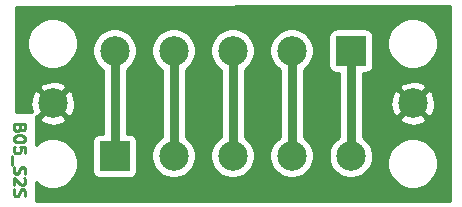
<source format=gbr>
G04 #@! TF.GenerationSoftware,KiCad,Pcbnew,5.1.5-52549c5~86~ubuntu18.04.1*
G04 #@! TF.CreationDate,2020-10-04T23:59:35-05:00*
G04 #@! TF.ProjectId,B05,4230352e-6b69-4636-9164-5f7063625858,rev?*
G04 #@! TF.SameCoordinates,Original*
G04 #@! TF.FileFunction,Copper,L1,Top*
G04 #@! TF.FilePolarity,Positive*
%FSLAX46Y46*%
G04 Gerber Fmt 4.6, Leading zero omitted, Abs format (unit mm)*
G04 Created by KiCad (PCBNEW 5.1.5-52549c5~86~ubuntu18.04.1) date 2020-10-04 23:59:35*
%MOMM*%
%LPD*%
G04 APERTURE LIST*
%ADD10C,0.250000*%
%ADD11C,2.500000*%
%ADD12R,2.500000X2.500000*%
%ADD13C,2.499360*%
%ADD14C,0.750000*%
%ADD15C,0.254000*%
G04 APERTURE END LIST*
D10*
X21026428Y-30989923D02*
X20978809Y-31132780D01*
X20931190Y-31180400D01*
X20835952Y-31228019D01*
X20693095Y-31228019D01*
X20597857Y-31180400D01*
X20550238Y-31132780D01*
X20502619Y-31037542D01*
X20502619Y-30656590D01*
X21502619Y-30656590D01*
X21502619Y-30989923D01*
X21455000Y-31085161D01*
X21407380Y-31132780D01*
X21312142Y-31180400D01*
X21216904Y-31180400D01*
X21121666Y-31132780D01*
X21074047Y-31085161D01*
X21026428Y-30989923D01*
X21026428Y-30656590D01*
X21502619Y-31847066D02*
X21502619Y-31942304D01*
X21455000Y-32037542D01*
X21407380Y-32085161D01*
X21312142Y-32132780D01*
X21121666Y-32180400D01*
X20883571Y-32180400D01*
X20693095Y-32132780D01*
X20597857Y-32085161D01*
X20550238Y-32037542D01*
X20502619Y-31942304D01*
X20502619Y-31847066D01*
X20550238Y-31751828D01*
X20597857Y-31704209D01*
X20693095Y-31656590D01*
X20883571Y-31608971D01*
X21121666Y-31608971D01*
X21312142Y-31656590D01*
X21407380Y-31704209D01*
X21455000Y-31751828D01*
X21502619Y-31847066D01*
X21502619Y-33085161D02*
X21502619Y-32608971D01*
X21026428Y-32561352D01*
X21074047Y-32608971D01*
X21121666Y-32704209D01*
X21121666Y-32942304D01*
X21074047Y-33037542D01*
X21026428Y-33085161D01*
X20931190Y-33132780D01*
X20693095Y-33132780D01*
X20597857Y-33085161D01*
X20550238Y-33037542D01*
X20502619Y-32942304D01*
X20502619Y-32704209D01*
X20550238Y-32608971D01*
X20597857Y-32561352D01*
X20407380Y-33323257D02*
X20407380Y-34085161D01*
X20550238Y-34275638D02*
X20502619Y-34418495D01*
X20502619Y-34656590D01*
X20550238Y-34751828D01*
X20597857Y-34799447D01*
X20693095Y-34847066D01*
X20788333Y-34847066D01*
X20883571Y-34799447D01*
X20931190Y-34751828D01*
X20978809Y-34656590D01*
X21026428Y-34466114D01*
X21074047Y-34370876D01*
X21121666Y-34323257D01*
X21216904Y-34275638D01*
X21312142Y-34275638D01*
X21407380Y-34323257D01*
X21455000Y-34370876D01*
X21502619Y-34466114D01*
X21502619Y-34704209D01*
X21455000Y-34847066D01*
X21407380Y-35228019D02*
X21455000Y-35275638D01*
X21502619Y-35370876D01*
X21502619Y-35608971D01*
X21455000Y-35704209D01*
X21407380Y-35751828D01*
X21312142Y-35799447D01*
X21216904Y-35799447D01*
X21074047Y-35751828D01*
X20502619Y-35180400D01*
X20502619Y-35799447D01*
X20550238Y-36180400D02*
X20502619Y-36323257D01*
X20502619Y-36561352D01*
X20550238Y-36656590D01*
X20597857Y-36704209D01*
X20693095Y-36751828D01*
X20788333Y-36751828D01*
X20883571Y-36704209D01*
X20931190Y-36656590D01*
X20978809Y-36561352D01*
X21026428Y-36370876D01*
X21074047Y-36275638D01*
X21121666Y-36228019D01*
X21216904Y-36180400D01*
X21312142Y-36180400D01*
X21407380Y-36228019D01*
X21455000Y-36275638D01*
X21502619Y-36370876D01*
X21502619Y-36608971D01*
X21455000Y-36751828D01*
D11*
X49050000Y-33345200D03*
X44050000Y-33345200D03*
X39050000Y-33345200D03*
X34050000Y-33345200D03*
D12*
X29050000Y-33345200D03*
D11*
X29050000Y-24434800D03*
X34050000Y-24434800D03*
X39050000Y-24434800D03*
X44050000Y-24434800D03*
D12*
X49050000Y-24434800D03*
D13*
X54290000Y-28890000D03*
X23810000Y-28890000D03*
D14*
X29050000Y-24434800D02*
X29050000Y-33345200D01*
X34050000Y-24434800D02*
X34050000Y-33345200D01*
X39050000Y-24434800D02*
X39050000Y-33345200D01*
X44050000Y-24434800D02*
X44050000Y-33345200D01*
X49050000Y-24434800D02*
X49050000Y-33345200D01*
D15*
G36*
X57440001Y-37120000D02*
G01*
X22372500Y-37120000D01*
X22372500Y-35551846D01*
X22449017Y-35628363D01*
X22798698Y-35862012D01*
X23187244Y-36022953D01*
X23599721Y-36105000D01*
X24020279Y-36105000D01*
X24432756Y-36022953D01*
X24821302Y-35862012D01*
X25170983Y-35628363D01*
X25468363Y-35330983D01*
X25702012Y-34981302D01*
X25862953Y-34592756D01*
X25945000Y-34180279D01*
X25945000Y-33759721D01*
X25862953Y-33347244D01*
X25702012Y-32958698D01*
X25468363Y-32609017D01*
X25170983Y-32311637D01*
X24847062Y-32095200D01*
X27161928Y-32095200D01*
X27161928Y-34595200D01*
X27174188Y-34719682D01*
X27210498Y-34839380D01*
X27269463Y-34949694D01*
X27348815Y-35046385D01*
X27445506Y-35125737D01*
X27555820Y-35184702D01*
X27675518Y-35221012D01*
X27800000Y-35233272D01*
X30300000Y-35233272D01*
X30424482Y-35221012D01*
X30544180Y-35184702D01*
X30654494Y-35125737D01*
X30751185Y-35046385D01*
X30830537Y-34949694D01*
X30889502Y-34839380D01*
X30925812Y-34719682D01*
X30938072Y-34595200D01*
X30938072Y-32095200D01*
X30925812Y-31970718D01*
X30889502Y-31851020D01*
X30830537Y-31740706D01*
X30751185Y-31644015D01*
X30654494Y-31564663D01*
X30544180Y-31505698D01*
X30424482Y-31469388D01*
X30300000Y-31457128D01*
X30060000Y-31457128D01*
X30060000Y-26027010D01*
X30251618Y-25898975D01*
X30514175Y-25636418D01*
X30720466Y-25327682D01*
X30862561Y-24984634D01*
X30935000Y-24620456D01*
X30935000Y-24249144D01*
X32165000Y-24249144D01*
X32165000Y-24620456D01*
X32237439Y-24984634D01*
X32379534Y-25327682D01*
X32585825Y-25636418D01*
X32848382Y-25898975D01*
X33040000Y-26027010D01*
X33040001Y-31752989D01*
X32848382Y-31881025D01*
X32585825Y-32143582D01*
X32379534Y-32452318D01*
X32237439Y-32795366D01*
X32165000Y-33159544D01*
X32165000Y-33530856D01*
X32237439Y-33895034D01*
X32379534Y-34238082D01*
X32585825Y-34546818D01*
X32848382Y-34809375D01*
X33157118Y-35015666D01*
X33500166Y-35157761D01*
X33864344Y-35230200D01*
X34235656Y-35230200D01*
X34599834Y-35157761D01*
X34942882Y-35015666D01*
X35251618Y-34809375D01*
X35514175Y-34546818D01*
X35720466Y-34238082D01*
X35862561Y-33895034D01*
X35935000Y-33530856D01*
X35935000Y-33159544D01*
X35862561Y-32795366D01*
X35720466Y-32452318D01*
X35514175Y-32143582D01*
X35251618Y-31881025D01*
X35060000Y-31752990D01*
X35060000Y-26027010D01*
X35251618Y-25898975D01*
X35514175Y-25636418D01*
X35720466Y-25327682D01*
X35862561Y-24984634D01*
X35935000Y-24620456D01*
X35935000Y-24249144D01*
X37165000Y-24249144D01*
X37165000Y-24620456D01*
X37237439Y-24984634D01*
X37379534Y-25327682D01*
X37585825Y-25636418D01*
X37848382Y-25898975D01*
X38040000Y-26027010D01*
X38040001Y-31752989D01*
X37848382Y-31881025D01*
X37585825Y-32143582D01*
X37379534Y-32452318D01*
X37237439Y-32795366D01*
X37165000Y-33159544D01*
X37165000Y-33530856D01*
X37237439Y-33895034D01*
X37379534Y-34238082D01*
X37585825Y-34546818D01*
X37848382Y-34809375D01*
X38157118Y-35015666D01*
X38500166Y-35157761D01*
X38864344Y-35230200D01*
X39235656Y-35230200D01*
X39599834Y-35157761D01*
X39942882Y-35015666D01*
X40251618Y-34809375D01*
X40514175Y-34546818D01*
X40720466Y-34238082D01*
X40862561Y-33895034D01*
X40935000Y-33530856D01*
X40935000Y-33159544D01*
X40862561Y-32795366D01*
X40720466Y-32452318D01*
X40514175Y-32143582D01*
X40251618Y-31881025D01*
X40060000Y-31752990D01*
X40060000Y-26027010D01*
X40251618Y-25898975D01*
X40514175Y-25636418D01*
X40720466Y-25327682D01*
X40862561Y-24984634D01*
X40935000Y-24620456D01*
X40935000Y-24249144D01*
X42165000Y-24249144D01*
X42165000Y-24620456D01*
X42237439Y-24984634D01*
X42379534Y-25327682D01*
X42585825Y-25636418D01*
X42848382Y-25898975D01*
X43040000Y-26027010D01*
X43040001Y-31752989D01*
X42848382Y-31881025D01*
X42585825Y-32143582D01*
X42379534Y-32452318D01*
X42237439Y-32795366D01*
X42165000Y-33159544D01*
X42165000Y-33530856D01*
X42237439Y-33895034D01*
X42379534Y-34238082D01*
X42585825Y-34546818D01*
X42848382Y-34809375D01*
X43157118Y-35015666D01*
X43500166Y-35157761D01*
X43864344Y-35230200D01*
X44235656Y-35230200D01*
X44599834Y-35157761D01*
X44942882Y-35015666D01*
X45251618Y-34809375D01*
X45514175Y-34546818D01*
X45720466Y-34238082D01*
X45862561Y-33895034D01*
X45935000Y-33530856D01*
X45935000Y-33159544D01*
X45862561Y-32795366D01*
X45720466Y-32452318D01*
X45514175Y-32143582D01*
X45251618Y-31881025D01*
X45060000Y-31752990D01*
X45060000Y-26027010D01*
X45251618Y-25898975D01*
X45514175Y-25636418D01*
X45720466Y-25327682D01*
X45862561Y-24984634D01*
X45935000Y-24620456D01*
X45935000Y-24249144D01*
X45862561Y-23884966D01*
X45720466Y-23541918D01*
X45514175Y-23233182D01*
X45465793Y-23184800D01*
X47161928Y-23184800D01*
X47161928Y-25684800D01*
X47174188Y-25809282D01*
X47210498Y-25928980D01*
X47269463Y-26039294D01*
X47348815Y-26135985D01*
X47445506Y-26215337D01*
X47555820Y-26274302D01*
X47675518Y-26310612D01*
X47800000Y-26322872D01*
X48040000Y-26322872D01*
X48040001Y-31752989D01*
X47848382Y-31881025D01*
X47585825Y-32143582D01*
X47379534Y-32452318D01*
X47237439Y-32795366D01*
X47165000Y-33159544D01*
X47165000Y-33530856D01*
X47237439Y-33895034D01*
X47379534Y-34238082D01*
X47585825Y-34546818D01*
X47848382Y-34809375D01*
X48157118Y-35015666D01*
X48500166Y-35157761D01*
X48864344Y-35230200D01*
X49235656Y-35230200D01*
X49599834Y-35157761D01*
X49942882Y-35015666D01*
X50251618Y-34809375D01*
X50514175Y-34546818D01*
X50720466Y-34238082D01*
X50862561Y-33895034D01*
X50889476Y-33759721D01*
X52155000Y-33759721D01*
X52155000Y-34180279D01*
X52237047Y-34592756D01*
X52397988Y-34981302D01*
X52631637Y-35330983D01*
X52929017Y-35628363D01*
X53278698Y-35862012D01*
X53667244Y-36022953D01*
X54079721Y-36105000D01*
X54500279Y-36105000D01*
X54912756Y-36022953D01*
X55301302Y-35862012D01*
X55650983Y-35628363D01*
X55948363Y-35330983D01*
X56182012Y-34981302D01*
X56342953Y-34592756D01*
X56425000Y-34180279D01*
X56425000Y-33759721D01*
X56342953Y-33347244D01*
X56182012Y-32958698D01*
X55948363Y-32609017D01*
X55650983Y-32311637D01*
X55301302Y-32077988D01*
X54912756Y-31917047D01*
X54500279Y-31835000D01*
X54079721Y-31835000D01*
X53667244Y-31917047D01*
X53278698Y-32077988D01*
X52929017Y-32311637D01*
X52631637Y-32609017D01*
X52397988Y-32958698D01*
X52237047Y-33347244D01*
X52155000Y-33759721D01*
X50889476Y-33759721D01*
X50935000Y-33530856D01*
X50935000Y-33159544D01*
X50862561Y-32795366D01*
X50720466Y-32452318D01*
X50514175Y-32143582D01*
X50251618Y-31881025D01*
X50060000Y-31752990D01*
X50060000Y-30203377D01*
X53156229Y-30203377D01*
X53282104Y-30493315D01*
X53614262Y-30659139D01*
X53972387Y-30756975D01*
X54342719Y-30783065D01*
X54711025Y-30736405D01*
X55063151Y-30618789D01*
X55297896Y-30493315D01*
X55423771Y-30203377D01*
X54290000Y-29069605D01*
X53156229Y-30203377D01*
X50060000Y-30203377D01*
X50060000Y-28942719D01*
X52396935Y-28942719D01*
X52443595Y-29311025D01*
X52561211Y-29663151D01*
X52686685Y-29897896D01*
X52976623Y-30023771D01*
X54110395Y-28890000D01*
X54469605Y-28890000D01*
X55603377Y-30023771D01*
X55893315Y-29897896D01*
X56059139Y-29565738D01*
X56156975Y-29207613D01*
X56183065Y-28837281D01*
X56136405Y-28468975D01*
X56018789Y-28116849D01*
X55893315Y-27882104D01*
X55603377Y-27756229D01*
X54469605Y-28890000D01*
X54110395Y-28890000D01*
X52976623Y-27756229D01*
X52686685Y-27882104D01*
X52520861Y-28214262D01*
X52423025Y-28572387D01*
X52396935Y-28942719D01*
X50060000Y-28942719D01*
X50060000Y-27576623D01*
X53156229Y-27576623D01*
X54290000Y-28710395D01*
X55423771Y-27576623D01*
X55297896Y-27286685D01*
X54965738Y-27120861D01*
X54607613Y-27023025D01*
X54237281Y-26996935D01*
X53868975Y-27043595D01*
X53516849Y-27161211D01*
X53282104Y-27286685D01*
X53156229Y-27576623D01*
X50060000Y-27576623D01*
X50060000Y-26322872D01*
X50300000Y-26322872D01*
X50424482Y-26310612D01*
X50544180Y-26274302D01*
X50654494Y-26215337D01*
X50751185Y-26135985D01*
X50830537Y-26039294D01*
X50889502Y-25928980D01*
X50925812Y-25809282D01*
X50938072Y-25684800D01*
X50938072Y-23599721D01*
X52155000Y-23599721D01*
X52155000Y-24020279D01*
X52237047Y-24432756D01*
X52397988Y-24821302D01*
X52631637Y-25170983D01*
X52929017Y-25468363D01*
X53278698Y-25702012D01*
X53667244Y-25862953D01*
X54079721Y-25945000D01*
X54500279Y-25945000D01*
X54912756Y-25862953D01*
X55301302Y-25702012D01*
X55650983Y-25468363D01*
X55948363Y-25170983D01*
X56182012Y-24821302D01*
X56342953Y-24432756D01*
X56425000Y-24020279D01*
X56425000Y-23599721D01*
X56342953Y-23187244D01*
X56182012Y-22798698D01*
X55948363Y-22449017D01*
X55650983Y-22151637D01*
X55301302Y-21917988D01*
X54912756Y-21757047D01*
X54500279Y-21675000D01*
X54079721Y-21675000D01*
X53667244Y-21757047D01*
X53278698Y-21917988D01*
X52929017Y-22151637D01*
X52631637Y-22449017D01*
X52397988Y-22798698D01*
X52237047Y-23187244D01*
X52155000Y-23599721D01*
X50938072Y-23599721D01*
X50938072Y-23184800D01*
X50925812Y-23060318D01*
X50889502Y-22940620D01*
X50830537Y-22830306D01*
X50751185Y-22733615D01*
X50654494Y-22654263D01*
X50544180Y-22595298D01*
X50424482Y-22558988D01*
X50300000Y-22546728D01*
X47800000Y-22546728D01*
X47675518Y-22558988D01*
X47555820Y-22595298D01*
X47445506Y-22654263D01*
X47348815Y-22733615D01*
X47269463Y-22830306D01*
X47210498Y-22940620D01*
X47174188Y-23060318D01*
X47161928Y-23184800D01*
X45465793Y-23184800D01*
X45251618Y-22970625D01*
X44942882Y-22764334D01*
X44599834Y-22622239D01*
X44235656Y-22549800D01*
X43864344Y-22549800D01*
X43500166Y-22622239D01*
X43157118Y-22764334D01*
X42848382Y-22970625D01*
X42585825Y-23233182D01*
X42379534Y-23541918D01*
X42237439Y-23884966D01*
X42165000Y-24249144D01*
X40935000Y-24249144D01*
X40862561Y-23884966D01*
X40720466Y-23541918D01*
X40514175Y-23233182D01*
X40251618Y-22970625D01*
X39942882Y-22764334D01*
X39599834Y-22622239D01*
X39235656Y-22549800D01*
X38864344Y-22549800D01*
X38500166Y-22622239D01*
X38157118Y-22764334D01*
X37848382Y-22970625D01*
X37585825Y-23233182D01*
X37379534Y-23541918D01*
X37237439Y-23884966D01*
X37165000Y-24249144D01*
X35935000Y-24249144D01*
X35862561Y-23884966D01*
X35720466Y-23541918D01*
X35514175Y-23233182D01*
X35251618Y-22970625D01*
X34942882Y-22764334D01*
X34599834Y-22622239D01*
X34235656Y-22549800D01*
X33864344Y-22549800D01*
X33500166Y-22622239D01*
X33157118Y-22764334D01*
X32848382Y-22970625D01*
X32585825Y-23233182D01*
X32379534Y-23541918D01*
X32237439Y-23884966D01*
X32165000Y-24249144D01*
X30935000Y-24249144D01*
X30862561Y-23884966D01*
X30720466Y-23541918D01*
X30514175Y-23233182D01*
X30251618Y-22970625D01*
X29942882Y-22764334D01*
X29599834Y-22622239D01*
X29235656Y-22549800D01*
X28864344Y-22549800D01*
X28500166Y-22622239D01*
X28157118Y-22764334D01*
X27848382Y-22970625D01*
X27585825Y-23233182D01*
X27379534Y-23541918D01*
X27237439Y-23884966D01*
X27165000Y-24249144D01*
X27165000Y-24620456D01*
X27237439Y-24984634D01*
X27379534Y-25327682D01*
X27585825Y-25636418D01*
X27848382Y-25898975D01*
X28040000Y-26027010D01*
X28040001Y-31457128D01*
X27800000Y-31457128D01*
X27675518Y-31469388D01*
X27555820Y-31505698D01*
X27445506Y-31564663D01*
X27348815Y-31644015D01*
X27269463Y-31740706D01*
X27210498Y-31851020D01*
X27174188Y-31970718D01*
X27161928Y-32095200D01*
X24847062Y-32095200D01*
X24821302Y-32077988D01*
X24432756Y-31917047D01*
X24020279Y-31835000D01*
X23599721Y-31835000D01*
X23187244Y-31917047D01*
X22798698Y-32077988D01*
X22449017Y-32311637D01*
X22372500Y-32388154D01*
X22372500Y-30203377D01*
X22676229Y-30203377D01*
X22802104Y-30493315D01*
X23134262Y-30659139D01*
X23492387Y-30756975D01*
X23862719Y-30783065D01*
X24231025Y-30736405D01*
X24583151Y-30618789D01*
X24817896Y-30493315D01*
X24943771Y-30203377D01*
X23810000Y-29069605D01*
X22676229Y-30203377D01*
X22372500Y-30203377D01*
X22372500Y-29969884D01*
X22496623Y-30023771D01*
X23630395Y-28890000D01*
X23989605Y-28890000D01*
X25123377Y-30023771D01*
X25413315Y-29897896D01*
X25579139Y-29565738D01*
X25676975Y-29207613D01*
X25703065Y-28837281D01*
X25656405Y-28468975D01*
X25538789Y-28116849D01*
X25413315Y-27882104D01*
X25123377Y-27756229D01*
X23989605Y-28890000D01*
X23630395Y-28890000D01*
X22496623Y-27756229D01*
X22206685Y-27882104D01*
X22040861Y-28214262D01*
X21943025Y-28572387D01*
X21916935Y-28942719D01*
X21963595Y-29311025D01*
X22079656Y-29658495D01*
X20726400Y-29658495D01*
X20726400Y-27576623D01*
X22676229Y-27576623D01*
X23810000Y-28710395D01*
X24943771Y-27576623D01*
X24817896Y-27286685D01*
X24485738Y-27120861D01*
X24127613Y-27023025D01*
X23757281Y-26996935D01*
X23388975Y-27043595D01*
X23036849Y-27161211D01*
X22802104Y-27286685D01*
X22676229Y-27576623D01*
X20726400Y-27576623D01*
X20726400Y-23599721D01*
X21675000Y-23599721D01*
X21675000Y-24020279D01*
X21757047Y-24432756D01*
X21917988Y-24821302D01*
X22151637Y-25170983D01*
X22449017Y-25468363D01*
X22798698Y-25702012D01*
X23187244Y-25862953D01*
X23599721Y-25945000D01*
X24020279Y-25945000D01*
X24432756Y-25862953D01*
X24821302Y-25702012D01*
X25170983Y-25468363D01*
X25468363Y-25170983D01*
X25702012Y-24821302D01*
X25862953Y-24432756D01*
X25945000Y-24020279D01*
X25945000Y-23599721D01*
X25862953Y-23187244D01*
X25702012Y-22798698D01*
X25468363Y-22449017D01*
X25170983Y-22151637D01*
X24821302Y-21917988D01*
X24432756Y-21757047D01*
X24020279Y-21675000D01*
X23599721Y-21675000D01*
X23187244Y-21757047D01*
X22798698Y-21917988D01*
X22449017Y-22151637D01*
X22151637Y-22449017D01*
X21917988Y-22798698D01*
X21757047Y-23187244D01*
X21675000Y-23599721D01*
X20726400Y-23599721D01*
X20726400Y-20726226D01*
X57440000Y-20675933D01*
X57440001Y-37120000D01*
G37*
X57440001Y-37120000D02*
X22372500Y-37120000D01*
X22372500Y-35551846D01*
X22449017Y-35628363D01*
X22798698Y-35862012D01*
X23187244Y-36022953D01*
X23599721Y-36105000D01*
X24020279Y-36105000D01*
X24432756Y-36022953D01*
X24821302Y-35862012D01*
X25170983Y-35628363D01*
X25468363Y-35330983D01*
X25702012Y-34981302D01*
X25862953Y-34592756D01*
X25945000Y-34180279D01*
X25945000Y-33759721D01*
X25862953Y-33347244D01*
X25702012Y-32958698D01*
X25468363Y-32609017D01*
X25170983Y-32311637D01*
X24847062Y-32095200D01*
X27161928Y-32095200D01*
X27161928Y-34595200D01*
X27174188Y-34719682D01*
X27210498Y-34839380D01*
X27269463Y-34949694D01*
X27348815Y-35046385D01*
X27445506Y-35125737D01*
X27555820Y-35184702D01*
X27675518Y-35221012D01*
X27800000Y-35233272D01*
X30300000Y-35233272D01*
X30424482Y-35221012D01*
X30544180Y-35184702D01*
X30654494Y-35125737D01*
X30751185Y-35046385D01*
X30830537Y-34949694D01*
X30889502Y-34839380D01*
X30925812Y-34719682D01*
X30938072Y-34595200D01*
X30938072Y-32095200D01*
X30925812Y-31970718D01*
X30889502Y-31851020D01*
X30830537Y-31740706D01*
X30751185Y-31644015D01*
X30654494Y-31564663D01*
X30544180Y-31505698D01*
X30424482Y-31469388D01*
X30300000Y-31457128D01*
X30060000Y-31457128D01*
X30060000Y-26027010D01*
X30251618Y-25898975D01*
X30514175Y-25636418D01*
X30720466Y-25327682D01*
X30862561Y-24984634D01*
X30935000Y-24620456D01*
X30935000Y-24249144D01*
X32165000Y-24249144D01*
X32165000Y-24620456D01*
X32237439Y-24984634D01*
X32379534Y-25327682D01*
X32585825Y-25636418D01*
X32848382Y-25898975D01*
X33040000Y-26027010D01*
X33040001Y-31752989D01*
X32848382Y-31881025D01*
X32585825Y-32143582D01*
X32379534Y-32452318D01*
X32237439Y-32795366D01*
X32165000Y-33159544D01*
X32165000Y-33530856D01*
X32237439Y-33895034D01*
X32379534Y-34238082D01*
X32585825Y-34546818D01*
X32848382Y-34809375D01*
X33157118Y-35015666D01*
X33500166Y-35157761D01*
X33864344Y-35230200D01*
X34235656Y-35230200D01*
X34599834Y-35157761D01*
X34942882Y-35015666D01*
X35251618Y-34809375D01*
X35514175Y-34546818D01*
X35720466Y-34238082D01*
X35862561Y-33895034D01*
X35935000Y-33530856D01*
X35935000Y-33159544D01*
X35862561Y-32795366D01*
X35720466Y-32452318D01*
X35514175Y-32143582D01*
X35251618Y-31881025D01*
X35060000Y-31752990D01*
X35060000Y-26027010D01*
X35251618Y-25898975D01*
X35514175Y-25636418D01*
X35720466Y-25327682D01*
X35862561Y-24984634D01*
X35935000Y-24620456D01*
X35935000Y-24249144D01*
X37165000Y-24249144D01*
X37165000Y-24620456D01*
X37237439Y-24984634D01*
X37379534Y-25327682D01*
X37585825Y-25636418D01*
X37848382Y-25898975D01*
X38040000Y-26027010D01*
X38040001Y-31752989D01*
X37848382Y-31881025D01*
X37585825Y-32143582D01*
X37379534Y-32452318D01*
X37237439Y-32795366D01*
X37165000Y-33159544D01*
X37165000Y-33530856D01*
X37237439Y-33895034D01*
X37379534Y-34238082D01*
X37585825Y-34546818D01*
X37848382Y-34809375D01*
X38157118Y-35015666D01*
X38500166Y-35157761D01*
X38864344Y-35230200D01*
X39235656Y-35230200D01*
X39599834Y-35157761D01*
X39942882Y-35015666D01*
X40251618Y-34809375D01*
X40514175Y-34546818D01*
X40720466Y-34238082D01*
X40862561Y-33895034D01*
X40935000Y-33530856D01*
X40935000Y-33159544D01*
X40862561Y-32795366D01*
X40720466Y-32452318D01*
X40514175Y-32143582D01*
X40251618Y-31881025D01*
X40060000Y-31752990D01*
X40060000Y-26027010D01*
X40251618Y-25898975D01*
X40514175Y-25636418D01*
X40720466Y-25327682D01*
X40862561Y-24984634D01*
X40935000Y-24620456D01*
X40935000Y-24249144D01*
X42165000Y-24249144D01*
X42165000Y-24620456D01*
X42237439Y-24984634D01*
X42379534Y-25327682D01*
X42585825Y-25636418D01*
X42848382Y-25898975D01*
X43040000Y-26027010D01*
X43040001Y-31752989D01*
X42848382Y-31881025D01*
X42585825Y-32143582D01*
X42379534Y-32452318D01*
X42237439Y-32795366D01*
X42165000Y-33159544D01*
X42165000Y-33530856D01*
X42237439Y-33895034D01*
X42379534Y-34238082D01*
X42585825Y-34546818D01*
X42848382Y-34809375D01*
X43157118Y-35015666D01*
X43500166Y-35157761D01*
X43864344Y-35230200D01*
X44235656Y-35230200D01*
X44599834Y-35157761D01*
X44942882Y-35015666D01*
X45251618Y-34809375D01*
X45514175Y-34546818D01*
X45720466Y-34238082D01*
X45862561Y-33895034D01*
X45935000Y-33530856D01*
X45935000Y-33159544D01*
X45862561Y-32795366D01*
X45720466Y-32452318D01*
X45514175Y-32143582D01*
X45251618Y-31881025D01*
X45060000Y-31752990D01*
X45060000Y-26027010D01*
X45251618Y-25898975D01*
X45514175Y-25636418D01*
X45720466Y-25327682D01*
X45862561Y-24984634D01*
X45935000Y-24620456D01*
X45935000Y-24249144D01*
X45862561Y-23884966D01*
X45720466Y-23541918D01*
X45514175Y-23233182D01*
X45465793Y-23184800D01*
X47161928Y-23184800D01*
X47161928Y-25684800D01*
X47174188Y-25809282D01*
X47210498Y-25928980D01*
X47269463Y-26039294D01*
X47348815Y-26135985D01*
X47445506Y-26215337D01*
X47555820Y-26274302D01*
X47675518Y-26310612D01*
X47800000Y-26322872D01*
X48040000Y-26322872D01*
X48040001Y-31752989D01*
X47848382Y-31881025D01*
X47585825Y-32143582D01*
X47379534Y-32452318D01*
X47237439Y-32795366D01*
X47165000Y-33159544D01*
X47165000Y-33530856D01*
X47237439Y-33895034D01*
X47379534Y-34238082D01*
X47585825Y-34546818D01*
X47848382Y-34809375D01*
X48157118Y-35015666D01*
X48500166Y-35157761D01*
X48864344Y-35230200D01*
X49235656Y-35230200D01*
X49599834Y-35157761D01*
X49942882Y-35015666D01*
X50251618Y-34809375D01*
X50514175Y-34546818D01*
X50720466Y-34238082D01*
X50862561Y-33895034D01*
X50889476Y-33759721D01*
X52155000Y-33759721D01*
X52155000Y-34180279D01*
X52237047Y-34592756D01*
X52397988Y-34981302D01*
X52631637Y-35330983D01*
X52929017Y-35628363D01*
X53278698Y-35862012D01*
X53667244Y-36022953D01*
X54079721Y-36105000D01*
X54500279Y-36105000D01*
X54912756Y-36022953D01*
X55301302Y-35862012D01*
X55650983Y-35628363D01*
X55948363Y-35330983D01*
X56182012Y-34981302D01*
X56342953Y-34592756D01*
X56425000Y-34180279D01*
X56425000Y-33759721D01*
X56342953Y-33347244D01*
X56182012Y-32958698D01*
X55948363Y-32609017D01*
X55650983Y-32311637D01*
X55301302Y-32077988D01*
X54912756Y-31917047D01*
X54500279Y-31835000D01*
X54079721Y-31835000D01*
X53667244Y-31917047D01*
X53278698Y-32077988D01*
X52929017Y-32311637D01*
X52631637Y-32609017D01*
X52397988Y-32958698D01*
X52237047Y-33347244D01*
X52155000Y-33759721D01*
X50889476Y-33759721D01*
X50935000Y-33530856D01*
X50935000Y-33159544D01*
X50862561Y-32795366D01*
X50720466Y-32452318D01*
X50514175Y-32143582D01*
X50251618Y-31881025D01*
X50060000Y-31752990D01*
X50060000Y-30203377D01*
X53156229Y-30203377D01*
X53282104Y-30493315D01*
X53614262Y-30659139D01*
X53972387Y-30756975D01*
X54342719Y-30783065D01*
X54711025Y-30736405D01*
X55063151Y-30618789D01*
X55297896Y-30493315D01*
X55423771Y-30203377D01*
X54290000Y-29069605D01*
X53156229Y-30203377D01*
X50060000Y-30203377D01*
X50060000Y-28942719D01*
X52396935Y-28942719D01*
X52443595Y-29311025D01*
X52561211Y-29663151D01*
X52686685Y-29897896D01*
X52976623Y-30023771D01*
X54110395Y-28890000D01*
X54469605Y-28890000D01*
X55603377Y-30023771D01*
X55893315Y-29897896D01*
X56059139Y-29565738D01*
X56156975Y-29207613D01*
X56183065Y-28837281D01*
X56136405Y-28468975D01*
X56018789Y-28116849D01*
X55893315Y-27882104D01*
X55603377Y-27756229D01*
X54469605Y-28890000D01*
X54110395Y-28890000D01*
X52976623Y-27756229D01*
X52686685Y-27882104D01*
X52520861Y-28214262D01*
X52423025Y-28572387D01*
X52396935Y-28942719D01*
X50060000Y-28942719D01*
X50060000Y-27576623D01*
X53156229Y-27576623D01*
X54290000Y-28710395D01*
X55423771Y-27576623D01*
X55297896Y-27286685D01*
X54965738Y-27120861D01*
X54607613Y-27023025D01*
X54237281Y-26996935D01*
X53868975Y-27043595D01*
X53516849Y-27161211D01*
X53282104Y-27286685D01*
X53156229Y-27576623D01*
X50060000Y-27576623D01*
X50060000Y-26322872D01*
X50300000Y-26322872D01*
X50424482Y-26310612D01*
X50544180Y-26274302D01*
X50654494Y-26215337D01*
X50751185Y-26135985D01*
X50830537Y-26039294D01*
X50889502Y-25928980D01*
X50925812Y-25809282D01*
X50938072Y-25684800D01*
X50938072Y-23599721D01*
X52155000Y-23599721D01*
X52155000Y-24020279D01*
X52237047Y-24432756D01*
X52397988Y-24821302D01*
X52631637Y-25170983D01*
X52929017Y-25468363D01*
X53278698Y-25702012D01*
X53667244Y-25862953D01*
X54079721Y-25945000D01*
X54500279Y-25945000D01*
X54912756Y-25862953D01*
X55301302Y-25702012D01*
X55650983Y-25468363D01*
X55948363Y-25170983D01*
X56182012Y-24821302D01*
X56342953Y-24432756D01*
X56425000Y-24020279D01*
X56425000Y-23599721D01*
X56342953Y-23187244D01*
X56182012Y-22798698D01*
X55948363Y-22449017D01*
X55650983Y-22151637D01*
X55301302Y-21917988D01*
X54912756Y-21757047D01*
X54500279Y-21675000D01*
X54079721Y-21675000D01*
X53667244Y-21757047D01*
X53278698Y-21917988D01*
X52929017Y-22151637D01*
X52631637Y-22449017D01*
X52397988Y-22798698D01*
X52237047Y-23187244D01*
X52155000Y-23599721D01*
X50938072Y-23599721D01*
X50938072Y-23184800D01*
X50925812Y-23060318D01*
X50889502Y-22940620D01*
X50830537Y-22830306D01*
X50751185Y-22733615D01*
X50654494Y-22654263D01*
X50544180Y-22595298D01*
X50424482Y-22558988D01*
X50300000Y-22546728D01*
X47800000Y-22546728D01*
X47675518Y-22558988D01*
X47555820Y-22595298D01*
X47445506Y-22654263D01*
X47348815Y-22733615D01*
X47269463Y-22830306D01*
X47210498Y-22940620D01*
X47174188Y-23060318D01*
X47161928Y-23184800D01*
X45465793Y-23184800D01*
X45251618Y-22970625D01*
X44942882Y-22764334D01*
X44599834Y-22622239D01*
X44235656Y-22549800D01*
X43864344Y-22549800D01*
X43500166Y-22622239D01*
X43157118Y-22764334D01*
X42848382Y-22970625D01*
X42585825Y-23233182D01*
X42379534Y-23541918D01*
X42237439Y-23884966D01*
X42165000Y-24249144D01*
X40935000Y-24249144D01*
X40862561Y-23884966D01*
X40720466Y-23541918D01*
X40514175Y-23233182D01*
X40251618Y-22970625D01*
X39942882Y-22764334D01*
X39599834Y-22622239D01*
X39235656Y-22549800D01*
X38864344Y-22549800D01*
X38500166Y-22622239D01*
X38157118Y-22764334D01*
X37848382Y-22970625D01*
X37585825Y-23233182D01*
X37379534Y-23541918D01*
X37237439Y-23884966D01*
X37165000Y-24249144D01*
X35935000Y-24249144D01*
X35862561Y-23884966D01*
X35720466Y-23541918D01*
X35514175Y-23233182D01*
X35251618Y-22970625D01*
X34942882Y-22764334D01*
X34599834Y-22622239D01*
X34235656Y-22549800D01*
X33864344Y-22549800D01*
X33500166Y-22622239D01*
X33157118Y-22764334D01*
X32848382Y-22970625D01*
X32585825Y-23233182D01*
X32379534Y-23541918D01*
X32237439Y-23884966D01*
X32165000Y-24249144D01*
X30935000Y-24249144D01*
X30862561Y-23884966D01*
X30720466Y-23541918D01*
X30514175Y-23233182D01*
X30251618Y-22970625D01*
X29942882Y-22764334D01*
X29599834Y-22622239D01*
X29235656Y-22549800D01*
X28864344Y-22549800D01*
X28500166Y-22622239D01*
X28157118Y-22764334D01*
X27848382Y-22970625D01*
X27585825Y-23233182D01*
X27379534Y-23541918D01*
X27237439Y-23884966D01*
X27165000Y-24249144D01*
X27165000Y-24620456D01*
X27237439Y-24984634D01*
X27379534Y-25327682D01*
X27585825Y-25636418D01*
X27848382Y-25898975D01*
X28040000Y-26027010D01*
X28040001Y-31457128D01*
X27800000Y-31457128D01*
X27675518Y-31469388D01*
X27555820Y-31505698D01*
X27445506Y-31564663D01*
X27348815Y-31644015D01*
X27269463Y-31740706D01*
X27210498Y-31851020D01*
X27174188Y-31970718D01*
X27161928Y-32095200D01*
X24847062Y-32095200D01*
X24821302Y-32077988D01*
X24432756Y-31917047D01*
X24020279Y-31835000D01*
X23599721Y-31835000D01*
X23187244Y-31917047D01*
X22798698Y-32077988D01*
X22449017Y-32311637D01*
X22372500Y-32388154D01*
X22372500Y-30203377D01*
X22676229Y-30203377D01*
X22802104Y-30493315D01*
X23134262Y-30659139D01*
X23492387Y-30756975D01*
X23862719Y-30783065D01*
X24231025Y-30736405D01*
X24583151Y-30618789D01*
X24817896Y-30493315D01*
X24943771Y-30203377D01*
X23810000Y-29069605D01*
X22676229Y-30203377D01*
X22372500Y-30203377D01*
X22372500Y-29969884D01*
X22496623Y-30023771D01*
X23630395Y-28890000D01*
X23989605Y-28890000D01*
X25123377Y-30023771D01*
X25413315Y-29897896D01*
X25579139Y-29565738D01*
X25676975Y-29207613D01*
X25703065Y-28837281D01*
X25656405Y-28468975D01*
X25538789Y-28116849D01*
X25413315Y-27882104D01*
X25123377Y-27756229D01*
X23989605Y-28890000D01*
X23630395Y-28890000D01*
X22496623Y-27756229D01*
X22206685Y-27882104D01*
X22040861Y-28214262D01*
X21943025Y-28572387D01*
X21916935Y-28942719D01*
X21963595Y-29311025D01*
X22079656Y-29658495D01*
X20726400Y-29658495D01*
X20726400Y-27576623D01*
X22676229Y-27576623D01*
X23810000Y-28710395D01*
X24943771Y-27576623D01*
X24817896Y-27286685D01*
X24485738Y-27120861D01*
X24127613Y-27023025D01*
X23757281Y-26996935D01*
X23388975Y-27043595D01*
X23036849Y-27161211D01*
X22802104Y-27286685D01*
X22676229Y-27576623D01*
X20726400Y-27576623D01*
X20726400Y-23599721D01*
X21675000Y-23599721D01*
X21675000Y-24020279D01*
X21757047Y-24432756D01*
X21917988Y-24821302D01*
X22151637Y-25170983D01*
X22449017Y-25468363D01*
X22798698Y-25702012D01*
X23187244Y-25862953D01*
X23599721Y-25945000D01*
X24020279Y-25945000D01*
X24432756Y-25862953D01*
X24821302Y-25702012D01*
X25170983Y-25468363D01*
X25468363Y-25170983D01*
X25702012Y-24821302D01*
X25862953Y-24432756D01*
X25945000Y-24020279D01*
X25945000Y-23599721D01*
X25862953Y-23187244D01*
X25702012Y-22798698D01*
X25468363Y-22449017D01*
X25170983Y-22151637D01*
X24821302Y-21917988D01*
X24432756Y-21757047D01*
X24020279Y-21675000D01*
X23599721Y-21675000D01*
X23187244Y-21757047D01*
X22798698Y-21917988D01*
X22449017Y-22151637D01*
X22151637Y-22449017D01*
X21917988Y-22798698D01*
X21757047Y-23187244D01*
X21675000Y-23599721D01*
X20726400Y-23599721D01*
X20726400Y-20726226D01*
X57440000Y-20675933D01*
X57440001Y-37120000D01*
M02*

</source>
